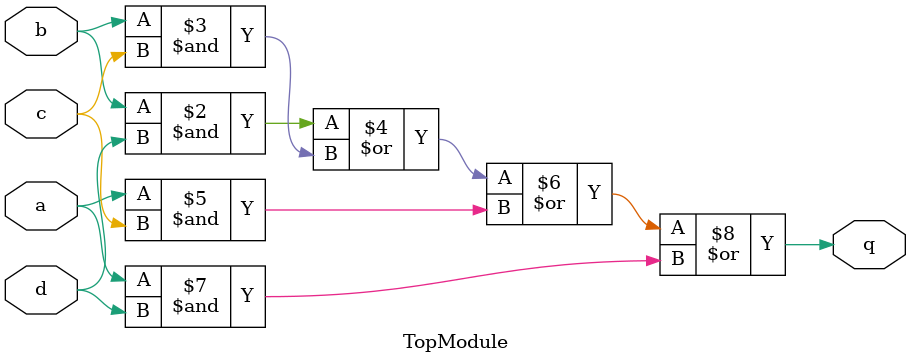
<source format=sv>
module TopModule (
    input logic a,
    input logic b,
    input logic c,
    input logic d,
    output logic q
);

always @(*) begin
    q = (b & d) | (b & c) | (a & c) | (a & d);
end

endmodule
</source>
